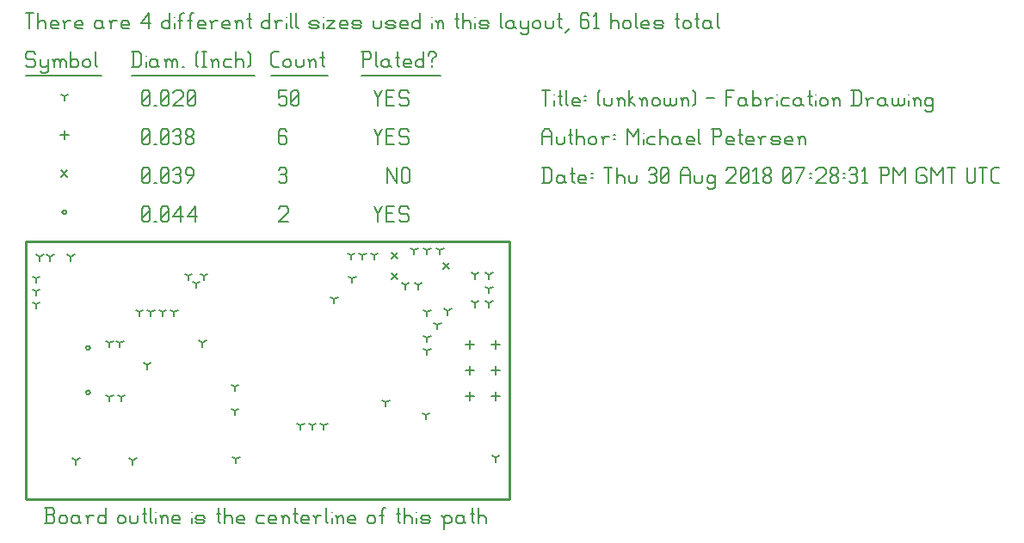
<source format=gbr>
G04 start of page 13 for group -3984 idx -3984 *
G04 Title: (unknown), fab *
G04 Creator: pcb 20140316 *
G04 CreationDate: Thu 30 Aug 2018 07:28:31 PM GMT UTC *
G04 For: railfan *
G04 Format: Gerber/RS-274X *
G04 PCB-Dimensions (mil): 1875.00 1000.00 *
G04 PCB-Coordinate-Origin: lower left *
%MOIN*%
%FSLAX25Y25*%
%LNFAB*%
%ADD87C,0.0100*%
%ADD86C,0.0075*%
%ADD85C,0.0060*%
%ADD84R,0.0080X0.0080*%
G54D84*X23322Y58661D02*G75*G03X24922Y58661I800J0D01*G01*
G75*G03X23322Y58661I-800J0D01*G01*
Y41339D02*G75*G03X24922Y41339I800J0D01*G01*
G75*G03X23322Y41339I-800J0D01*G01*
X14200Y111250D02*G75*G03X15800Y111250I800J0D01*G01*
G75*G03X14200Y111250I-800J0D01*G01*
G54D85*X135000Y113500D02*X136500Y110500D01*
X138000Y113500D01*
X136500Y110500D02*Y107500D01*
X139800Y110800D02*X142050D01*
X139800Y107500D02*X142800D01*
X139800Y113500D02*Y107500D01*
Y113500D02*X142800D01*
X147600D02*X148350Y112750D01*
X145350Y113500D02*X147600D01*
X144600Y112750D02*X145350Y113500D01*
X144600Y112750D02*Y111250D01*
X145350Y110500D01*
X147600D01*
X148350Y109750D01*
Y108250D01*
X147600Y107500D02*X148350Y108250D01*
X145350Y107500D02*X147600D01*
X144600Y108250D02*X145350Y107500D01*
X98000Y112750D02*X98750Y113500D01*
X101000D01*
X101750Y112750D01*
Y111250D01*
X98000Y107500D02*X101750Y111250D01*
X98000Y107500D02*X101750D01*
X45000Y108250D02*X45750Y107500D01*
X45000Y112750D02*Y108250D01*
Y112750D02*X45750Y113500D01*
X47250D01*
X48000Y112750D01*
Y108250D01*
X47250Y107500D02*X48000Y108250D01*
X45750Y107500D02*X47250D01*
X45000Y109000D02*X48000Y112000D01*
X49800Y107500D02*X50550D01*
X52350Y108250D02*X53100Y107500D01*
X52350Y112750D02*Y108250D01*
Y112750D02*X53100Y113500D01*
X54600D01*
X55350Y112750D01*
Y108250D01*
X54600Y107500D02*X55350Y108250D01*
X53100Y107500D02*X54600D01*
X52350Y109000D02*X55350Y112000D01*
X57150Y109750D02*X60150Y113500D01*
X57150Y109750D02*X60900D01*
X60150Y113500D02*Y107500D01*
X62700Y109750D02*X65700Y113500D01*
X62700Y109750D02*X66450D01*
X65700Y113500D02*Y107500D01*
X161800Y91700D02*X164200Y89300D01*
X161800D02*X164200Y91700D01*
X141800Y87700D02*X144200Y85300D01*
X141800D02*X144200Y87700D01*
X141800Y95700D02*X144200Y93300D01*
X141800D02*X144200Y95700D01*
X13800Y127450D02*X16200Y125050D01*
X13800D02*X16200Y127450D01*
X140000Y128500D02*Y122500D01*
Y128500D02*X143750Y122500D01*
Y128500D02*Y122500D01*
X145550Y127750D02*Y123250D01*
Y127750D02*X146300Y128500D01*
X147800D01*
X148550Y127750D01*
Y123250D01*
X147800Y122500D02*X148550Y123250D01*
X146300Y122500D02*X147800D01*
X145550Y123250D02*X146300Y122500D01*
X98000Y127750D02*X98750Y128500D01*
X100250D01*
X101000Y127750D01*
X100250Y122500D02*X101000Y123250D01*
X98750Y122500D02*X100250D01*
X98000Y123250D02*X98750Y122500D01*
Y125800D02*X100250D01*
X101000Y127750D02*Y126550D01*
Y125050D02*Y123250D01*
Y125050D02*X100250Y125800D01*
X101000Y126550D02*X100250Y125800D01*
X45000Y123250D02*X45750Y122500D01*
X45000Y127750D02*Y123250D01*
Y127750D02*X45750Y128500D01*
X47250D01*
X48000Y127750D01*
Y123250D01*
X47250Y122500D02*X48000Y123250D01*
X45750Y122500D02*X47250D01*
X45000Y124000D02*X48000Y127000D01*
X49800Y122500D02*X50550D01*
X52350Y123250D02*X53100Y122500D01*
X52350Y127750D02*Y123250D01*
Y127750D02*X53100Y128500D01*
X54600D01*
X55350Y127750D01*
Y123250D01*
X54600Y122500D02*X55350Y123250D01*
X53100Y122500D02*X54600D01*
X52350Y124000D02*X55350Y127000D01*
X57150Y127750D02*X57900Y128500D01*
X59400D01*
X60150Y127750D01*
X59400Y122500D02*X60150Y123250D01*
X57900Y122500D02*X59400D01*
X57150Y123250D02*X57900Y122500D01*
Y125800D02*X59400D01*
X60150Y127750D02*Y126550D01*
Y125050D02*Y123250D01*
Y125050D02*X59400Y125800D01*
X60150Y126550D02*X59400Y125800D01*
X62700Y122500D02*X64950Y125500D01*
Y127750D02*Y125500D01*
X64200Y128500D02*X64950Y127750D01*
X62700Y128500D02*X64200D01*
X61950Y127750D02*X62700Y128500D01*
X61950Y127750D02*Y126250D01*
X62700Y125500D01*
X64950D01*
X182000Y41600D02*Y38400D01*
X180400Y40000D02*X183600D01*
X182000Y51600D02*Y48400D01*
X180400Y50000D02*X183600D01*
X182000Y61600D02*Y58400D01*
X180400Y60000D02*X183600D01*
X172000Y41600D02*Y38400D01*
X170400Y40000D02*X173600D01*
X172000Y51600D02*Y48400D01*
X170400Y50000D02*X173600D01*
X172000Y61600D02*Y58400D01*
X170400Y60000D02*X173600D01*
X15000Y142850D02*Y139650D01*
X13400Y141250D02*X16600D01*
X135000Y143500D02*X136500Y140500D01*
X138000Y143500D01*
X136500Y140500D02*Y137500D01*
X139800Y140800D02*X142050D01*
X139800Y137500D02*X142800D01*
X139800Y143500D02*Y137500D01*
Y143500D02*X142800D01*
X147600D02*X148350Y142750D01*
X145350Y143500D02*X147600D01*
X144600Y142750D02*X145350Y143500D01*
X144600Y142750D02*Y141250D01*
X145350Y140500D01*
X147600D01*
X148350Y139750D01*
Y138250D01*
X147600Y137500D02*X148350Y138250D01*
X145350Y137500D02*X147600D01*
X144600Y138250D02*X145350Y137500D01*
X100250Y143500D02*X101000Y142750D01*
X98750Y143500D02*X100250D01*
X98000Y142750D02*X98750Y143500D01*
X98000Y142750D02*Y138250D01*
X98750Y137500D01*
X100250Y140800D02*X101000Y140050D01*
X98000Y140800D02*X100250D01*
X98750Y137500D02*X100250D01*
X101000Y138250D01*
Y140050D02*Y138250D01*
X45000D02*X45750Y137500D01*
X45000Y142750D02*Y138250D01*
Y142750D02*X45750Y143500D01*
X47250D01*
X48000Y142750D01*
Y138250D01*
X47250Y137500D02*X48000Y138250D01*
X45750Y137500D02*X47250D01*
X45000Y139000D02*X48000Y142000D01*
X49800Y137500D02*X50550D01*
X52350Y138250D02*X53100Y137500D01*
X52350Y142750D02*Y138250D01*
Y142750D02*X53100Y143500D01*
X54600D01*
X55350Y142750D01*
Y138250D01*
X54600Y137500D02*X55350Y138250D01*
X53100Y137500D02*X54600D01*
X52350Y139000D02*X55350Y142000D01*
X57150Y142750D02*X57900Y143500D01*
X59400D01*
X60150Y142750D01*
X59400Y137500D02*X60150Y138250D01*
X57900Y137500D02*X59400D01*
X57150Y138250D02*X57900Y137500D01*
Y140800D02*X59400D01*
X60150Y142750D02*Y141550D01*
Y140050D02*Y138250D01*
Y140050D02*X59400Y140800D01*
X60150Y141550D02*X59400Y140800D01*
X61950Y138250D02*X62700Y137500D01*
X61950Y139450D02*Y138250D01*
Y139450D02*X63000Y140500D01*
X63900D01*
X64950Y139450D01*
Y138250D01*
X64200Y137500D02*X64950Y138250D01*
X62700Y137500D02*X64200D01*
X61950Y141550D02*X63000Y140500D01*
X61950Y142750D02*Y141550D01*
Y142750D02*X62700Y143500D01*
X64200D01*
X64950Y142750D01*
Y141550D01*
X63900Y140500D02*X64950Y141550D01*
X4000Y85500D02*Y83900D01*
Y85500D02*X5387Y86300D01*
X4000Y85500D02*X2613Y86300D01*
X9500Y94000D02*Y92400D01*
Y94000D02*X10887Y94800D01*
X9500Y94000D02*X8113Y94800D01*
X5500Y94000D02*Y92400D01*
Y94000D02*X6887Y94800D01*
X5500Y94000D02*X4113Y94800D01*
X81000Y43500D02*Y41900D01*
Y43500D02*X82387Y44300D01*
X81000Y43500D02*X79613Y44300D01*
X68500Y60675D02*Y59075D01*
Y60675D02*X69887Y61475D01*
X68500Y60675D02*X67113Y61475D01*
X81000Y34276D02*Y32676D01*
Y34276D02*X82387Y35076D01*
X81000Y34276D02*X79613Y35076D01*
X139500Y37500D02*Y35900D01*
Y37500D02*X140887Y38300D01*
X139500Y37500D02*X138113Y38300D01*
X126500Y85500D02*Y83900D01*
Y85500D02*X127887Y86300D01*
X126500Y85500D02*X125113Y86300D01*
X126000Y94500D02*Y92900D01*
Y94500D02*X127387Y95300D01*
X126000Y94500D02*X124613Y95300D01*
X130500Y94500D02*Y92900D01*
Y94500D02*X131887Y95300D01*
X130500Y94500D02*X129113Y95300D01*
X135000Y94500D02*Y92900D01*
Y94500D02*X136387Y95300D01*
X135000Y94500D02*X133613Y95300D01*
X155500Y96500D02*Y94900D01*
Y96500D02*X156887Y97300D01*
X155500Y96500D02*X154113Y97300D01*
X160500Y96500D02*Y94900D01*
Y96500D02*X161887Y97300D01*
X160500Y96500D02*X159113Y97300D01*
X155500Y62500D02*Y60900D01*
Y62500D02*X156887Y63300D01*
X155500Y62500D02*X154113Y63300D01*
X155500Y72500D02*Y70900D01*
Y72500D02*X156887Y73300D01*
X155500Y72500D02*X154113Y73300D01*
X159500Y67500D02*Y65900D01*
Y67500D02*X160887Y68300D01*
X159500Y67500D02*X158113Y68300D01*
X152000Y83000D02*Y81400D01*
Y83000D02*X153387Y83800D01*
X152000Y83000D02*X150613Y83800D01*
X147000Y83000D02*Y81400D01*
Y83000D02*X148387Y83800D01*
X147000Y83000D02*X145613Y83800D01*
X155000Y32500D02*Y30900D01*
Y32500D02*X156387Y33300D01*
X155000Y32500D02*X153613Y33300D01*
X111000Y28500D02*Y26900D01*
Y28500D02*X112387Y29300D01*
X111000Y28500D02*X109613Y29300D01*
X115500Y28500D02*Y26900D01*
Y28500D02*X116887Y29300D01*
X115500Y28500D02*X114113Y29300D01*
X106500Y28500D02*Y26900D01*
Y28500D02*X107887Y29300D01*
X106500Y28500D02*X105113Y29300D01*
X155500Y57500D02*Y55900D01*
Y57500D02*X156887Y58300D01*
X155500Y57500D02*X154113Y58300D01*
X174000Y87000D02*Y85400D01*
Y87000D02*X175387Y87800D01*
X174000Y87000D02*X172613Y87800D01*
X174000Y76000D02*Y74400D01*
Y76000D02*X175387Y76800D01*
X174000Y76000D02*X172613Y76800D01*
X179500Y76000D02*Y74400D01*
Y76000D02*X180887Y76800D01*
X179500Y76000D02*X178113Y76800D01*
X179500Y81500D02*Y79900D01*
Y81500D02*X180887Y82300D01*
X179500Y81500D02*X178113Y82300D01*
X179500Y87000D02*Y85400D01*
Y87000D02*X180887Y87800D01*
X179500Y87000D02*X178113Y87800D01*
X163500Y73000D02*Y71400D01*
Y73000D02*X164887Y73800D01*
X163500Y73000D02*X162113Y73800D01*
X182000Y16000D02*Y14400D01*
Y16000D02*X183387Y16800D01*
X182000Y16000D02*X180613Y16800D01*
X81500Y15500D02*Y13900D01*
Y15500D02*X82887Y16300D01*
X81500Y15500D02*X80113Y16300D01*
X150500Y96500D02*Y94900D01*
Y96500D02*X151887Y97300D01*
X150500Y96500D02*X149113Y97300D01*
X119500Y77500D02*Y75900D01*
Y77500D02*X120887Y78300D01*
X119500Y77500D02*X118113Y78300D01*
X66000Y83500D02*Y81900D01*
Y83500D02*X67387Y84300D01*
X66000Y83500D02*X64613Y84300D01*
X69000Y86500D02*Y84900D01*
Y86500D02*X70387Y87300D01*
X69000Y86500D02*X67613Y87300D01*
X63000Y86500D02*Y84900D01*
Y86500D02*X64387Y87300D01*
X63000Y86500D02*X61613Y87300D01*
X19500Y15000D02*Y13400D01*
Y15000D02*X20887Y15800D01*
X19500Y15000D02*X18113Y15800D01*
X41500Y15000D02*Y13400D01*
Y15000D02*X42887Y15800D01*
X41500Y15000D02*X40113Y15800D01*
X17500Y94000D02*Y92400D01*
Y94000D02*X18887Y94800D01*
X17500Y94000D02*X16113Y94800D01*
X44000Y72500D02*Y70900D01*
Y72500D02*X45387Y73300D01*
X44000Y72500D02*X42613Y73300D01*
X48500Y72500D02*Y70900D01*
Y72500D02*X49887Y73300D01*
X48500Y72500D02*X47113Y73300D01*
X53000Y72500D02*Y70900D01*
Y72500D02*X54387Y73300D01*
X53000Y72500D02*X51613Y73300D01*
X57500Y72500D02*Y70900D01*
Y72500D02*X58887Y73300D01*
X57500Y72500D02*X56113Y73300D01*
X4000Y75500D02*Y73900D01*
Y75500D02*X5387Y76300D01*
X4000Y75500D02*X2613Y76300D01*
X4000Y80500D02*Y78900D01*
Y80500D02*X5387Y81300D01*
X4000Y80500D02*X2613Y81300D01*
X47000Y52000D02*Y50400D01*
Y52000D02*X48387Y52800D01*
X47000Y52000D02*X45613Y52800D01*
X37000Y39500D02*Y37900D01*
Y39500D02*X38387Y40300D01*
X37000Y39500D02*X35613Y40300D01*
X32500Y39500D02*Y37900D01*
Y39500D02*X33887Y40300D01*
X32500Y39500D02*X31113Y40300D01*
X36500Y60500D02*Y58900D01*
Y60500D02*X37887Y61300D01*
X36500Y60500D02*X35113Y61300D01*
X32500Y60500D02*Y58900D01*
Y60500D02*X33887Y61300D01*
X32500Y60500D02*X31113Y61300D01*
X15000Y156250D02*Y154650D01*
Y156250D02*X16387Y157050D01*
X15000Y156250D02*X13613Y157050D01*
X135000Y158500D02*X136500Y155500D01*
X138000Y158500D01*
X136500Y155500D02*Y152500D01*
X139800Y155800D02*X142050D01*
X139800Y152500D02*X142800D01*
X139800Y158500D02*Y152500D01*
Y158500D02*X142800D01*
X147600D02*X148350Y157750D01*
X145350Y158500D02*X147600D01*
X144600Y157750D02*X145350Y158500D01*
X144600Y157750D02*Y156250D01*
X145350Y155500D01*
X147600D01*
X148350Y154750D01*
Y153250D01*
X147600Y152500D02*X148350Y153250D01*
X145350Y152500D02*X147600D01*
X144600Y153250D02*X145350Y152500D01*
X98000Y158500D02*X101000D01*
X98000D02*Y155500D01*
X98750Y156250D01*
X100250D01*
X101000Y155500D01*
Y153250D01*
X100250Y152500D02*X101000Y153250D01*
X98750Y152500D02*X100250D01*
X98000Y153250D02*X98750Y152500D01*
X102800Y153250D02*X103550Y152500D01*
X102800Y157750D02*Y153250D01*
Y157750D02*X103550Y158500D01*
X105050D01*
X105800Y157750D01*
Y153250D01*
X105050Y152500D02*X105800Y153250D01*
X103550Y152500D02*X105050D01*
X102800Y154000D02*X105800Y157000D01*
X45000Y153250D02*X45750Y152500D01*
X45000Y157750D02*Y153250D01*
Y157750D02*X45750Y158500D01*
X47250D01*
X48000Y157750D01*
Y153250D01*
X47250Y152500D02*X48000Y153250D01*
X45750Y152500D02*X47250D01*
X45000Y154000D02*X48000Y157000D01*
X49800Y152500D02*X50550D01*
X52350Y153250D02*X53100Y152500D01*
X52350Y157750D02*Y153250D01*
Y157750D02*X53100Y158500D01*
X54600D01*
X55350Y157750D01*
Y153250D01*
X54600Y152500D02*X55350Y153250D01*
X53100Y152500D02*X54600D01*
X52350Y154000D02*X55350Y157000D01*
X57150Y157750D02*X57900Y158500D01*
X60150D01*
X60900Y157750D01*
Y156250D01*
X57150Y152500D02*X60900Y156250D01*
X57150Y152500D02*X60900D01*
X62700Y153250D02*X63450Y152500D01*
X62700Y157750D02*Y153250D01*
Y157750D02*X63450Y158500D01*
X64950D01*
X65700Y157750D01*
Y153250D01*
X64950Y152500D02*X65700Y153250D01*
X63450Y152500D02*X64950D01*
X62700Y154000D02*X65700Y157000D01*
X3000Y173500D02*X3750Y172750D01*
X750Y173500D02*X3000D01*
X0Y172750D02*X750Y173500D01*
X0Y172750D02*Y171250D01*
X750Y170500D01*
X3000D01*
X3750Y169750D01*
Y168250D01*
X3000Y167500D02*X3750Y168250D01*
X750Y167500D02*X3000D01*
X0Y168250D02*X750Y167500D01*
X5550Y170500D02*Y168250D01*
X6300Y167500D01*
X8550Y170500D02*Y166000D01*
X7800Y165250D02*X8550Y166000D01*
X6300Y165250D02*X7800D01*
X5550Y166000D02*X6300Y165250D01*
Y167500D02*X7800D01*
X8550Y168250D01*
X11100Y169750D02*Y167500D01*
Y169750D02*X11850Y170500D01*
X12600D01*
X13350Y169750D01*
Y167500D01*
Y169750D02*X14100Y170500D01*
X14850D01*
X15600Y169750D01*
Y167500D01*
X10350Y170500D02*X11100Y169750D01*
X17400Y173500D02*Y167500D01*
Y168250D02*X18150Y167500D01*
X19650D01*
X20400Y168250D01*
Y169750D02*Y168250D01*
X19650Y170500D02*X20400Y169750D01*
X18150Y170500D02*X19650D01*
X17400Y169750D02*X18150Y170500D01*
X22200Y169750D02*Y168250D01*
Y169750D02*X22950Y170500D01*
X24450D01*
X25200Y169750D01*
Y168250D01*
X24450Y167500D02*X25200Y168250D01*
X22950Y167500D02*X24450D01*
X22200Y168250D02*X22950Y167500D01*
X27000Y173500D02*Y168250D01*
X27750Y167500D01*
X0Y164250D02*X29250D01*
X41750Y173500D02*Y167500D01*
X43700Y173500D02*X44750Y172450D01*
Y168550D01*
X43700Y167500D02*X44750Y168550D01*
X41000Y167500D02*X43700D01*
X41000Y173500D02*X43700D01*
G54D86*X46550Y172000D02*Y171850D01*
G54D85*Y169750D02*Y167500D01*
X50300Y170500D02*X51050Y169750D01*
X48800Y170500D02*X50300D01*
X48050Y169750D02*X48800Y170500D01*
X48050Y169750D02*Y168250D01*
X48800Y167500D01*
X51050Y170500D02*Y168250D01*
X51800Y167500D01*
X48800D02*X50300D01*
X51050Y168250D01*
X54350Y169750D02*Y167500D01*
Y169750D02*X55100Y170500D01*
X55850D01*
X56600Y169750D01*
Y167500D01*
Y169750D02*X57350Y170500D01*
X58100D01*
X58850Y169750D01*
Y167500D01*
X53600Y170500D02*X54350Y169750D01*
X60650Y167500D02*X61400D01*
X65900Y168250D02*X66650Y167500D01*
X65900Y172750D02*X66650Y173500D01*
X65900Y172750D02*Y168250D01*
X68450Y173500D02*X69950D01*
X69200D02*Y167500D01*
X68450D02*X69950D01*
X72500Y169750D02*Y167500D01*
Y169750D02*X73250Y170500D01*
X74000D01*
X74750Y169750D01*
Y167500D01*
X71750Y170500D02*X72500Y169750D01*
X77300Y170500D02*X79550D01*
X76550Y169750D02*X77300Y170500D01*
X76550Y169750D02*Y168250D01*
X77300Y167500D01*
X79550D01*
X81350Y173500D02*Y167500D01*
Y169750D02*X82100Y170500D01*
X83600D01*
X84350Y169750D01*
Y167500D01*
X86150Y173500D02*X86900Y172750D01*
Y168250D01*
X86150Y167500D02*X86900Y168250D01*
X41000Y164250D02*X88700D01*
X96050Y167500D02*X98000D01*
X95000Y168550D02*X96050Y167500D01*
X95000Y172450D02*Y168550D01*
Y172450D02*X96050Y173500D01*
X98000D01*
X99800Y169750D02*Y168250D01*
Y169750D02*X100550Y170500D01*
X102050D01*
X102800Y169750D01*
Y168250D01*
X102050Y167500D02*X102800Y168250D01*
X100550Y167500D02*X102050D01*
X99800Y168250D02*X100550Y167500D01*
X104600Y170500D02*Y168250D01*
X105350Y167500D01*
X106850D01*
X107600Y168250D01*
Y170500D02*Y168250D01*
X110150Y169750D02*Y167500D01*
Y169750D02*X110900Y170500D01*
X111650D01*
X112400Y169750D01*
Y167500D01*
X109400Y170500D02*X110150Y169750D01*
X114950Y173500D02*Y168250D01*
X115700Y167500D01*
X114200Y171250D02*X115700D01*
X95000Y164250D02*X117200D01*
X130750Y173500D02*Y167500D01*
X130000Y173500D02*X133000D01*
X133750Y172750D01*
Y171250D01*
X133000Y170500D02*X133750Y171250D01*
X130750Y170500D02*X133000D01*
X135550Y173500D02*Y168250D01*
X136300Y167500D01*
X140050Y170500D02*X140800Y169750D01*
X138550Y170500D02*X140050D01*
X137800Y169750D02*X138550Y170500D01*
X137800Y169750D02*Y168250D01*
X138550Y167500D01*
X140800Y170500D02*Y168250D01*
X141550Y167500D01*
X138550D02*X140050D01*
X140800Y168250D01*
X144100Y173500D02*Y168250D01*
X144850Y167500D01*
X143350Y171250D02*X144850D01*
X147100Y167500D02*X149350D01*
X146350Y168250D02*X147100Y167500D01*
X146350Y169750D02*Y168250D01*
Y169750D02*X147100Y170500D01*
X148600D01*
X149350Y169750D01*
X146350Y169000D02*X149350D01*
Y169750D02*Y169000D01*
X154150Y173500D02*Y167500D01*
X153400D02*X154150Y168250D01*
X151900Y167500D02*X153400D01*
X151150Y168250D02*X151900Y167500D01*
X151150Y169750D02*Y168250D01*
Y169750D02*X151900Y170500D01*
X153400D01*
X154150Y169750D01*
X157450Y170500D02*Y169750D01*
Y168250D02*Y167500D01*
X155950Y172750D02*Y172000D01*
Y172750D02*X156700Y173500D01*
X158200D01*
X158950Y172750D01*
Y172000D01*
X157450Y170500D02*X158950Y172000D01*
X130000Y164250D02*X160750D01*
X0Y188500D02*X3000D01*
X1500D02*Y182500D01*
X4800Y188500D02*Y182500D01*
Y184750D02*X5550Y185500D01*
X7050D01*
X7800Y184750D01*
Y182500D01*
X10350D02*X12600D01*
X9600Y183250D02*X10350Y182500D01*
X9600Y184750D02*Y183250D01*
Y184750D02*X10350Y185500D01*
X11850D01*
X12600Y184750D01*
X9600Y184000D02*X12600D01*
Y184750D02*Y184000D01*
X15150Y184750D02*Y182500D01*
Y184750D02*X15900Y185500D01*
X17400D01*
X14400D02*X15150Y184750D01*
X19950Y182500D02*X22200D01*
X19200Y183250D02*X19950Y182500D01*
X19200Y184750D02*Y183250D01*
Y184750D02*X19950Y185500D01*
X21450D01*
X22200Y184750D01*
X19200Y184000D02*X22200D01*
Y184750D02*Y184000D01*
X28950Y185500D02*X29700Y184750D01*
X27450Y185500D02*X28950D01*
X26700Y184750D02*X27450Y185500D01*
X26700Y184750D02*Y183250D01*
X27450Y182500D01*
X29700Y185500D02*Y183250D01*
X30450Y182500D01*
X27450D02*X28950D01*
X29700Y183250D01*
X33000Y184750D02*Y182500D01*
Y184750D02*X33750Y185500D01*
X35250D01*
X32250D02*X33000Y184750D01*
X37800Y182500D02*X40050D01*
X37050Y183250D02*X37800Y182500D01*
X37050Y184750D02*Y183250D01*
Y184750D02*X37800Y185500D01*
X39300D01*
X40050Y184750D01*
X37050Y184000D02*X40050D01*
Y184750D02*Y184000D01*
X44550Y184750D02*X47550Y188500D01*
X44550Y184750D02*X48300D01*
X47550Y188500D02*Y182500D01*
X55800Y188500D02*Y182500D01*
X55050D02*X55800Y183250D01*
X53550Y182500D02*X55050D01*
X52800Y183250D02*X53550Y182500D01*
X52800Y184750D02*Y183250D01*
Y184750D02*X53550Y185500D01*
X55050D01*
X55800Y184750D01*
G54D86*X57600Y187000D02*Y186850D01*
G54D85*Y184750D02*Y182500D01*
X59850Y187750D02*Y182500D01*
Y187750D02*X60600Y188500D01*
X61350D01*
X59100Y185500D02*X60600D01*
X63600Y187750D02*Y182500D01*
Y187750D02*X64350Y188500D01*
X65100D01*
X62850Y185500D02*X64350D01*
X67350Y182500D02*X69600D01*
X66600Y183250D02*X67350Y182500D01*
X66600Y184750D02*Y183250D01*
Y184750D02*X67350Y185500D01*
X68850D01*
X69600Y184750D01*
X66600Y184000D02*X69600D01*
Y184750D02*Y184000D01*
X72150Y184750D02*Y182500D01*
Y184750D02*X72900Y185500D01*
X74400D01*
X71400D02*X72150Y184750D01*
X76950Y182500D02*X79200D01*
X76200Y183250D02*X76950Y182500D01*
X76200Y184750D02*Y183250D01*
Y184750D02*X76950Y185500D01*
X78450D01*
X79200Y184750D01*
X76200Y184000D02*X79200D01*
Y184750D02*Y184000D01*
X81750Y184750D02*Y182500D01*
Y184750D02*X82500Y185500D01*
X83250D01*
X84000Y184750D01*
Y182500D01*
X81000Y185500D02*X81750Y184750D01*
X86550Y188500D02*Y183250D01*
X87300Y182500D01*
X85800Y186250D02*X87300D01*
X94500Y188500D02*Y182500D01*
X93750D02*X94500Y183250D01*
X92250Y182500D02*X93750D01*
X91500Y183250D02*X92250Y182500D01*
X91500Y184750D02*Y183250D01*
Y184750D02*X92250Y185500D01*
X93750D01*
X94500Y184750D01*
X97050D02*Y182500D01*
Y184750D02*X97800Y185500D01*
X99300D01*
X96300D02*X97050Y184750D01*
G54D86*X101100Y187000D02*Y186850D01*
G54D85*Y184750D02*Y182500D01*
X102600Y188500D02*Y183250D01*
X103350Y182500D01*
X104850Y188500D02*Y183250D01*
X105600Y182500D01*
X110550D02*X112800D01*
X113550Y183250D01*
X112800Y184000D02*X113550Y183250D01*
X110550Y184000D02*X112800D01*
X109800Y184750D02*X110550Y184000D01*
X109800Y184750D02*X110550Y185500D01*
X112800D01*
X113550Y184750D01*
X109800Y183250D02*X110550Y182500D01*
G54D86*X115350Y187000D02*Y186850D01*
G54D85*Y184750D02*Y182500D01*
X116850Y185500D02*X119850D01*
X116850Y182500D02*X119850Y185500D01*
X116850Y182500D02*X119850D01*
X122400D02*X124650D01*
X121650Y183250D02*X122400Y182500D01*
X121650Y184750D02*Y183250D01*
Y184750D02*X122400Y185500D01*
X123900D01*
X124650Y184750D01*
X121650Y184000D02*X124650D01*
Y184750D02*Y184000D01*
X127200Y182500D02*X129450D01*
X130200Y183250D01*
X129450Y184000D02*X130200Y183250D01*
X127200Y184000D02*X129450D01*
X126450Y184750D02*X127200Y184000D01*
X126450Y184750D02*X127200Y185500D01*
X129450D01*
X130200Y184750D01*
X126450Y183250D02*X127200Y182500D01*
X134700Y185500D02*Y183250D01*
X135450Y182500D01*
X136950D01*
X137700Y183250D01*
Y185500D02*Y183250D01*
X140250Y182500D02*X142500D01*
X143250Y183250D01*
X142500Y184000D02*X143250Y183250D01*
X140250Y184000D02*X142500D01*
X139500Y184750D02*X140250Y184000D01*
X139500Y184750D02*X140250Y185500D01*
X142500D01*
X143250Y184750D01*
X139500Y183250D02*X140250Y182500D01*
X145800D02*X148050D01*
X145050Y183250D02*X145800Y182500D01*
X145050Y184750D02*Y183250D01*
Y184750D02*X145800Y185500D01*
X147300D01*
X148050Y184750D01*
X145050Y184000D02*X148050D01*
Y184750D02*Y184000D01*
X152850Y188500D02*Y182500D01*
X152100D02*X152850Y183250D01*
X150600Y182500D02*X152100D01*
X149850Y183250D02*X150600Y182500D01*
X149850Y184750D02*Y183250D01*
Y184750D02*X150600Y185500D01*
X152100D01*
X152850Y184750D01*
G54D86*X157350Y187000D02*Y186850D01*
G54D85*Y184750D02*Y182500D01*
X159600Y184750D02*Y182500D01*
Y184750D02*X160350Y185500D01*
X161100D01*
X161850Y184750D01*
Y182500D01*
X158850Y185500D02*X159600Y184750D01*
X167100Y188500D02*Y183250D01*
X167850Y182500D01*
X166350Y186250D02*X167850D01*
X169350Y188500D02*Y182500D01*
Y184750D02*X170100Y185500D01*
X171600D01*
X172350Y184750D01*
Y182500D01*
G54D86*X174150Y187000D02*Y186850D01*
G54D85*Y184750D02*Y182500D01*
X176400D02*X178650D01*
X179400Y183250D01*
X178650Y184000D02*X179400Y183250D01*
X176400Y184000D02*X178650D01*
X175650Y184750D02*X176400Y184000D01*
X175650Y184750D02*X176400Y185500D01*
X178650D01*
X179400Y184750D01*
X175650Y183250D02*X176400Y182500D01*
X183900Y188500D02*Y183250D01*
X184650Y182500D01*
X188400Y185500D02*X189150Y184750D01*
X186900Y185500D02*X188400D01*
X186150Y184750D02*X186900Y185500D01*
X186150Y184750D02*Y183250D01*
X186900Y182500D01*
X189150Y185500D02*Y183250D01*
X189900Y182500D01*
X186900D02*X188400D01*
X189150Y183250D01*
X191700Y185500D02*Y183250D01*
X192450Y182500D01*
X194700Y185500D02*Y181000D01*
X193950Y180250D02*X194700Y181000D01*
X192450Y180250D02*X193950D01*
X191700Y181000D02*X192450Y180250D01*
Y182500D02*X193950D01*
X194700Y183250D01*
X196500Y184750D02*Y183250D01*
Y184750D02*X197250Y185500D01*
X198750D01*
X199500Y184750D01*
Y183250D01*
X198750Y182500D02*X199500Y183250D01*
X197250Y182500D02*X198750D01*
X196500Y183250D02*X197250Y182500D01*
X201300Y185500D02*Y183250D01*
X202050Y182500D01*
X203550D01*
X204300Y183250D01*
Y185500D02*Y183250D01*
X206850Y188500D02*Y183250D01*
X207600Y182500D01*
X206100Y186250D02*X207600D01*
X209100Y181000D02*X210600Y182500D01*
X217350Y188500D02*X218100Y187750D01*
X215850Y188500D02*X217350D01*
X215100Y187750D02*X215850Y188500D01*
X215100Y187750D02*Y183250D01*
X215850Y182500D01*
X217350Y185800D02*X218100Y185050D01*
X215100Y185800D02*X217350D01*
X215850Y182500D02*X217350D01*
X218100Y183250D01*
Y185050D02*Y183250D01*
X219900Y187300D02*X221100Y188500D01*
Y182500D01*
X219900D02*X222150D01*
X226650Y188500D02*Y182500D01*
Y184750D02*X227400Y185500D01*
X228900D01*
X229650Y184750D01*
Y182500D01*
X231450Y184750D02*Y183250D01*
Y184750D02*X232200Y185500D01*
X233700D01*
X234450Y184750D01*
Y183250D01*
X233700Y182500D02*X234450Y183250D01*
X232200Y182500D02*X233700D01*
X231450Y183250D02*X232200Y182500D01*
X236250Y188500D02*Y183250D01*
X237000Y182500D01*
X239250D02*X241500D01*
X238500Y183250D02*X239250Y182500D01*
X238500Y184750D02*Y183250D01*
Y184750D02*X239250Y185500D01*
X240750D01*
X241500Y184750D01*
X238500Y184000D02*X241500D01*
Y184750D02*Y184000D01*
X244050Y182500D02*X246300D01*
X247050Y183250D01*
X246300Y184000D02*X247050Y183250D01*
X244050Y184000D02*X246300D01*
X243300Y184750D02*X244050Y184000D01*
X243300Y184750D02*X244050Y185500D01*
X246300D01*
X247050Y184750D01*
X243300Y183250D02*X244050Y182500D01*
X252300Y188500D02*Y183250D01*
X253050Y182500D01*
X251550Y186250D02*X253050D01*
X254550Y184750D02*Y183250D01*
Y184750D02*X255300Y185500D01*
X256800D01*
X257550Y184750D01*
Y183250D01*
X256800Y182500D02*X257550Y183250D01*
X255300Y182500D02*X256800D01*
X254550Y183250D02*X255300Y182500D01*
X260100Y188500D02*Y183250D01*
X260850Y182500D01*
X259350Y186250D02*X260850D01*
X264600Y185500D02*X265350Y184750D01*
X263100Y185500D02*X264600D01*
X262350Y184750D02*X263100Y185500D01*
X262350Y184750D02*Y183250D01*
X263100Y182500D01*
X265350Y185500D02*Y183250D01*
X266100Y182500D01*
X263100D02*X264600D01*
X265350Y183250D01*
X267900Y188500D02*Y183250D01*
X268650Y182500D01*
G54D87*X0Y100000D02*X187500D01*
Y0D01*
X0D01*
Y100000D01*
G54D85*X7425Y-9500D02*X10425D01*
X11175Y-8750D01*
Y-6950D02*Y-8750D01*
X10425Y-6200D02*X11175Y-6950D01*
X8175Y-6200D02*X10425D01*
X8175Y-3500D02*Y-9500D01*
X7425Y-3500D02*X10425D01*
X11175Y-4250D01*
Y-5450D01*
X10425Y-6200D02*X11175Y-5450D01*
X12975Y-7250D02*Y-8750D01*
Y-7250D02*X13725Y-6500D01*
X15225D01*
X15975Y-7250D01*
Y-8750D01*
X15225Y-9500D02*X15975Y-8750D01*
X13725Y-9500D02*X15225D01*
X12975Y-8750D02*X13725Y-9500D01*
X20025Y-6500D02*X20775Y-7250D01*
X18525Y-6500D02*X20025D01*
X17775Y-7250D02*X18525Y-6500D01*
X17775Y-7250D02*Y-8750D01*
X18525Y-9500D01*
X20775Y-6500D02*Y-8750D01*
X21525Y-9500D01*
X18525D02*X20025D01*
X20775Y-8750D01*
X24075Y-7250D02*Y-9500D01*
Y-7250D02*X24825Y-6500D01*
X26325D01*
X23325D02*X24075Y-7250D01*
X31125Y-3500D02*Y-9500D01*
X30375D02*X31125Y-8750D01*
X28875Y-9500D02*X30375D01*
X28125Y-8750D02*X28875Y-9500D01*
X28125Y-7250D02*Y-8750D01*
Y-7250D02*X28875Y-6500D01*
X30375D01*
X31125Y-7250D01*
X35625D02*Y-8750D01*
Y-7250D02*X36375Y-6500D01*
X37875D01*
X38625Y-7250D01*
Y-8750D01*
X37875Y-9500D02*X38625Y-8750D01*
X36375Y-9500D02*X37875D01*
X35625Y-8750D02*X36375Y-9500D01*
X40425Y-6500D02*Y-8750D01*
X41175Y-9500D01*
X42675D01*
X43425Y-8750D01*
Y-6500D02*Y-8750D01*
X45975Y-3500D02*Y-8750D01*
X46725Y-9500D01*
X45225Y-5750D02*X46725D01*
X48225Y-3500D02*Y-8750D01*
X48975Y-9500D01*
G54D86*X50475Y-5000D02*Y-5150D01*
G54D85*Y-7250D02*Y-9500D01*
X52725Y-7250D02*Y-9500D01*
Y-7250D02*X53475Y-6500D01*
X54225D01*
X54975Y-7250D01*
Y-9500D01*
X51975Y-6500D02*X52725Y-7250D01*
X57525Y-9500D02*X59775D01*
X56775Y-8750D02*X57525Y-9500D01*
X56775Y-7250D02*Y-8750D01*
Y-7250D02*X57525Y-6500D01*
X59025D01*
X59775Y-7250D01*
X56775Y-8000D02*X59775D01*
Y-7250D02*Y-8000D01*
G54D86*X64275Y-5000D02*Y-5150D01*
G54D85*Y-7250D02*Y-9500D01*
X66525D02*X68775D01*
X69525Y-8750D01*
X68775Y-8000D02*X69525Y-8750D01*
X66525Y-8000D02*X68775D01*
X65775Y-7250D02*X66525Y-8000D01*
X65775Y-7250D02*X66525Y-6500D01*
X68775D01*
X69525Y-7250D01*
X65775Y-8750D02*X66525Y-9500D01*
X74775Y-3500D02*Y-8750D01*
X75525Y-9500D01*
X74025Y-5750D02*X75525D01*
X77025Y-3500D02*Y-9500D01*
Y-7250D02*X77775Y-6500D01*
X79275D01*
X80025Y-7250D01*
Y-9500D01*
X82575D02*X84825D01*
X81825Y-8750D02*X82575Y-9500D01*
X81825Y-7250D02*Y-8750D01*
Y-7250D02*X82575Y-6500D01*
X84075D01*
X84825Y-7250D01*
X81825Y-8000D02*X84825D01*
Y-7250D02*Y-8000D01*
X90075Y-6500D02*X92325D01*
X89325Y-7250D02*X90075Y-6500D01*
X89325Y-7250D02*Y-8750D01*
X90075Y-9500D01*
X92325D01*
X94875D02*X97125D01*
X94125Y-8750D02*X94875Y-9500D01*
X94125Y-7250D02*Y-8750D01*
Y-7250D02*X94875Y-6500D01*
X96375D01*
X97125Y-7250D01*
X94125Y-8000D02*X97125D01*
Y-7250D02*Y-8000D01*
X99675Y-7250D02*Y-9500D01*
Y-7250D02*X100425Y-6500D01*
X101175D01*
X101925Y-7250D01*
Y-9500D01*
X98925Y-6500D02*X99675Y-7250D01*
X104475Y-3500D02*Y-8750D01*
X105225Y-9500D01*
X103725Y-5750D02*X105225D01*
X107475Y-9500D02*X109725D01*
X106725Y-8750D02*X107475Y-9500D01*
X106725Y-7250D02*Y-8750D01*
Y-7250D02*X107475Y-6500D01*
X108975D01*
X109725Y-7250D01*
X106725Y-8000D02*X109725D01*
Y-7250D02*Y-8000D01*
X112275Y-7250D02*Y-9500D01*
Y-7250D02*X113025Y-6500D01*
X114525D01*
X111525D02*X112275Y-7250D01*
X116325Y-3500D02*Y-8750D01*
X117075Y-9500D01*
G54D86*X118575Y-5000D02*Y-5150D01*
G54D85*Y-7250D02*Y-9500D01*
X120825Y-7250D02*Y-9500D01*
Y-7250D02*X121575Y-6500D01*
X122325D01*
X123075Y-7250D01*
Y-9500D01*
X120075Y-6500D02*X120825Y-7250D01*
X125625Y-9500D02*X127875D01*
X124875Y-8750D02*X125625Y-9500D01*
X124875Y-7250D02*Y-8750D01*
Y-7250D02*X125625Y-6500D01*
X127125D01*
X127875Y-7250D01*
X124875Y-8000D02*X127875D01*
Y-7250D02*Y-8000D01*
X132375Y-7250D02*Y-8750D01*
Y-7250D02*X133125Y-6500D01*
X134625D01*
X135375Y-7250D01*
Y-8750D01*
X134625Y-9500D02*X135375Y-8750D01*
X133125Y-9500D02*X134625D01*
X132375Y-8750D02*X133125Y-9500D01*
X137925Y-4250D02*Y-9500D01*
Y-4250D02*X138675Y-3500D01*
X139425D01*
X137175Y-6500D02*X138675D01*
X144375Y-3500D02*Y-8750D01*
X145125Y-9500D01*
X143625Y-5750D02*X145125D01*
X146625Y-3500D02*Y-9500D01*
Y-7250D02*X147375Y-6500D01*
X148875D01*
X149625Y-7250D01*
Y-9500D01*
G54D86*X151425Y-5000D02*Y-5150D01*
G54D85*Y-7250D02*Y-9500D01*
X153675D02*X155925D01*
X156675Y-8750D01*
X155925Y-8000D02*X156675Y-8750D01*
X153675Y-8000D02*X155925D01*
X152925Y-7250D02*X153675Y-8000D01*
X152925Y-7250D02*X153675Y-6500D01*
X155925D01*
X156675Y-7250D01*
X152925Y-8750D02*X153675Y-9500D01*
X161925Y-7250D02*Y-11750D01*
X161175Y-6500D02*X161925Y-7250D01*
X162675Y-6500D01*
X164175D01*
X164925Y-7250D01*
Y-8750D01*
X164175Y-9500D02*X164925Y-8750D01*
X162675Y-9500D02*X164175D01*
X161925Y-8750D02*X162675Y-9500D01*
X168975Y-6500D02*X169725Y-7250D01*
X167475Y-6500D02*X168975D01*
X166725Y-7250D02*X167475Y-6500D01*
X166725Y-7250D02*Y-8750D01*
X167475Y-9500D01*
X169725Y-6500D02*Y-8750D01*
X170475Y-9500D01*
X167475D02*X168975D01*
X169725Y-8750D01*
X173025Y-3500D02*Y-8750D01*
X173775Y-9500D01*
X172275Y-5750D02*X173775D01*
X175275Y-3500D02*Y-9500D01*
Y-7250D02*X176025Y-6500D01*
X177525D01*
X178275Y-7250D01*
Y-9500D01*
X200750Y128500D02*Y122500D01*
X202700Y128500D02*X203750Y127450D01*
Y123550D01*
X202700Y122500D02*X203750Y123550D01*
X200000Y122500D02*X202700D01*
X200000Y128500D02*X202700D01*
X207800Y125500D02*X208550Y124750D01*
X206300Y125500D02*X207800D01*
X205550Y124750D02*X206300Y125500D01*
X205550Y124750D02*Y123250D01*
X206300Y122500D01*
X208550Y125500D02*Y123250D01*
X209300Y122500D01*
X206300D02*X207800D01*
X208550Y123250D01*
X211850Y128500D02*Y123250D01*
X212600Y122500D01*
X211100Y126250D02*X212600D01*
X214850Y122500D02*X217100D01*
X214100Y123250D02*X214850Y122500D01*
X214100Y124750D02*Y123250D01*
Y124750D02*X214850Y125500D01*
X216350D01*
X217100Y124750D01*
X214100Y124000D02*X217100D01*
Y124750D02*Y124000D01*
X218900Y126250D02*X219650D01*
X218900Y124750D02*X219650D01*
X224150Y128500D02*X227150D01*
X225650D02*Y122500D01*
X228950Y128500D02*Y122500D01*
Y124750D02*X229700Y125500D01*
X231200D01*
X231950Y124750D01*
Y122500D01*
X233750Y125500D02*Y123250D01*
X234500Y122500D01*
X236000D01*
X236750Y123250D01*
Y125500D02*Y123250D01*
X241250Y127750D02*X242000Y128500D01*
X243500D01*
X244250Y127750D01*
X243500Y122500D02*X244250Y123250D01*
X242000Y122500D02*X243500D01*
X241250Y123250D02*X242000Y122500D01*
Y125800D02*X243500D01*
X244250Y127750D02*Y126550D01*
Y125050D02*Y123250D01*
Y125050D02*X243500Y125800D01*
X244250Y126550D02*X243500Y125800D01*
X246050Y123250D02*X246800Y122500D01*
X246050Y127750D02*Y123250D01*
Y127750D02*X246800Y128500D01*
X248300D01*
X249050Y127750D01*
Y123250D01*
X248300Y122500D02*X249050Y123250D01*
X246800Y122500D02*X248300D01*
X246050Y124000D02*X249050Y127000D01*
X253550D02*Y122500D01*
Y127000D02*X254600Y128500D01*
X256250D01*
X257300Y127000D01*
Y122500D01*
X253550Y125500D02*X257300D01*
X259100D02*Y123250D01*
X259850Y122500D01*
X261350D01*
X262100Y123250D01*
Y125500D02*Y123250D01*
X266150Y125500D02*X266900Y124750D01*
X264650Y125500D02*X266150D01*
X263900Y124750D02*X264650Y125500D01*
X263900Y124750D02*Y123250D01*
X264650Y122500D01*
X266150D01*
X266900Y123250D01*
X263900Y121000D02*X264650Y120250D01*
X266150D01*
X266900Y121000D01*
Y125500D02*Y121000D01*
X271400Y127750D02*X272150Y128500D01*
X274400D01*
X275150Y127750D01*
Y126250D01*
X271400Y122500D02*X275150Y126250D01*
X271400Y122500D02*X275150D01*
X276950Y123250D02*X277700Y122500D01*
X276950Y127750D02*Y123250D01*
Y127750D02*X277700Y128500D01*
X279200D01*
X279950Y127750D01*
Y123250D01*
X279200Y122500D02*X279950Y123250D01*
X277700Y122500D02*X279200D01*
X276950Y124000D02*X279950Y127000D01*
X281750Y127300D02*X282950Y128500D01*
Y122500D01*
X281750D02*X284000D01*
X285800Y123250D02*X286550Y122500D01*
X285800Y124450D02*Y123250D01*
Y124450D02*X286850Y125500D01*
X287750D01*
X288800Y124450D01*
Y123250D01*
X288050Y122500D02*X288800Y123250D01*
X286550Y122500D02*X288050D01*
X285800Y126550D02*X286850Y125500D01*
X285800Y127750D02*Y126550D01*
Y127750D02*X286550Y128500D01*
X288050D01*
X288800Y127750D01*
Y126550D01*
X287750Y125500D02*X288800Y126550D01*
X293300Y123250D02*X294050Y122500D01*
X293300Y127750D02*Y123250D01*
Y127750D02*X294050Y128500D01*
X295550D01*
X296300Y127750D01*
Y123250D01*
X295550Y122500D02*X296300Y123250D01*
X294050Y122500D02*X295550D01*
X293300Y124000D02*X296300Y127000D01*
X298850Y122500D02*X301850Y128500D01*
X298100D02*X301850D01*
X303650Y126250D02*X304400D01*
X303650Y124750D02*X304400D01*
X306200Y127750D02*X306950Y128500D01*
X309200D01*
X309950Y127750D01*
Y126250D01*
X306200Y122500D02*X309950Y126250D01*
X306200Y122500D02*X309950D01*
X311750Y123250D02*X312500Y122500D01*
X311750Y124450D02*Y123250D01*
Y124450D02*X312800Y125500D01*
X313700D01*
X314750Y124450D01*
Y123250D01*
X314000Y122500D02*X314750Y123250D01*
X312500Y122500D02*X314000D01*
X311750Y126550D02*X312800Y125500D01*
X311750Y127750D02*Y126550D01*
Y127750D02*X312500Y128500D01*
X314000D01*
X314750Y127750D01*
Y126550D01*
X313700Y125500D02*X314750Y126550D01*
X316550Y126250D02*X317300D01*
X316550Y124750D02*X317300D01*
X319100Y127750D02*X319850Y128500D01*
X321350D01*
X322100Y127750D01*
X321350Y122500D02*X322100Y123250D01*
X319850Y122500D02*X321350D01*
X319100Y123250D02*X319850Y122500D01*
Y125800D02*X321350D01*
X322100Y127750D02*Y126550D01*
Y125050D02*Y123250D01*
Y125050D02*X321350Y125800D01*
X322100Y126550D02*X321350Y125800D01*
X323900Y127300D02*X325100Y128500D01*
Y122500D01*
X323900D02*X326150D01*
X331400Y128500D02*Y122500D01*
X330650Y128500D02*X333650D01*
X334400Y127750D01*
Y126250D01*
X333650Y125500D02*X334400Y126250D01*
X331400Y125500D02*X333650D01*
X336200Y128500D02*Y122500D01*
Y128500D02*X338450Y125500D01*
X340700Y128500D01*
Y122500D01*
X348200Y128500D02*X348950Y127750D01*
X345950Y128500D02*X348200D01*
X345200Y127750D02*X345950Y128500D01*
X345200Y127750D02*Y123250D01*
X345950Y122500D01*
X348200D01*
X348950Y123250D01*
Y124750D02*Y123250D01*
X348200Y125500D02*X348950Y124750D01*
X346700Y125500D02*X348200D01*
X350750Y128500D02*Y122500D01*
Y128500D02*X353000Y125500D01*
X355250Y128500D01*
Y122500D01*
X357050Y128500D02*X360050D01*
X358550D02*Y122500D01*
X364550Y128500D02*Y123250D01*
X365300Y122500D01*
X366800D01*
X367550Y123250D01*
Y128500D02*Y123250D01*
X369350Y128500D02*X372350D01*
X370850D02*Y122500D01*
X375200D02*X377150D01*
X374150Y123550D02*X375200Y122500D01*
X374150Y127450D02*Y123550D01*
Y127450D02*X375200Y128500D01*
X377150D01*
X200000Y142000D02*Y137500D01*
Y142000D02*X201050Y143500D01*
X202700D01*
X203750Y142000D01*
Y137500D01*
X200000Y140500D02*X203750D01*
X205550D02*Y138250D01*
X206300Y137500D01*
X207800D01*
X208550Y138250D01*
Y140500D02*Y138250D01*
X211100Y143500D02*Y138250D01*
X211850Y137500D01*
X210350Y141250D02*X211850D01*
X213350Y143500D02*Y137500D01*
Y139750D02*X214100Y140500D01*
X215600D01*
X216350Y139750D01*
Y137500D01*
X218150Y139750D02*Y138250D01*
Y139750D02*X218900Y140500D01*
X220400D01*
X221150Y139750D01*
Y138250D01*
X220400Y137500D02*X221150Y138250D01*
X218900Y137500D02*X220400D01*
X218150Y138250D02*X218900Y137500D01*
X223700Y139750D02*Y137500D01*
Y139750D02*X224450Y140500D01*
X225950D01*
X222950D02*X223700Y139750D01*
X227750Y141250D02*X228500D01*
X227750Y139750D02*X228500D01*
X233000Y143500D02*Y137500D01*
Y143500D02*X235250Y140500D01*
X237500Y143500D01*
Y137500D01*
G54D86*X239300Y142000D02*Y141850D01*
G54D85*Y139750D02*Y137500D01*
X241550Y140500D02*X243800D01*
X240800Y139750D02*X241550Y140500D01*
X240800Y139750D02*Y138250D01*
X241550Y137500D01*
X243800D01*
X245600Y143500D02*Y137500D01*
Y139750D02*X246350Y140500D01*
X247850D01*
X248600Y139750D01*
Y137500D01*
X252650Y140500D02*X253400Y139750D01*
X251150Y140500D02*X252650D01*
X250400Y139750D02*X251150Y140500D01*
X250400Y139750D02*Y138250D01*
X251150Y137500D01*
X253400Y140500D02*Y138250D01*
X254150Y137500D01*
X251150D02*X252650D01*
X253400Y138250D01*
X256700Y137500D02*X258950D01*
X255950Y138250D02*X256700Y137500D01*
X255950Y139750D02*Y138250D01*
Y139750D02*X256700Y140500D01*
X258200D01*
X258950Y139750D01*
X255950Y139000D02*X258950D01*
Y139750D02*Y139000D01*
X260750Y143500D02*Y138250D01*
X261500Y137500D01*
X266450Y143500D02*Y137500D01*
X265700Y143500D02*X268700D01*
X269450Y142750D01*
Y141250D01*
X268700Y140500D02*X269450Y141250D01*
X266450Y140500D02*X268700D01*
X272000Y137500D02*X274250D01*
X271250Y138250D02*X272000Y137500D01*
X271250Y139750D02*Y138250D01*
Y139750D02*X272000Y140500D01*
X273500D01*
X274250Y139750D01*
X271250Y139000D02*X274250D01*
Y139750D02*Y139000D01*
X276800Y143500D02*Y138250D01*
X277550Y137500D01*
X276050Y141250D02*X277550D01*
X279800Y137500D02*X282050D01*
X279050Y138250D02*X279800Y137500D01*
X279050Y139750D02*Y138250D01*
Y139750D02*X279800Y140500D01*
X281300D01*
X282050Y139750D01*
X279050Y139000D02*X282050D01*
Y139750D02*Y139000D01*
X284600Y139750D02*Y137500D01*
Y139750D02*X285350Y140500D01*
X286850D01*
X283850D02*X284600Y139750D01*
X289400Y137500D02*X291650D01*
X292400Y138250D01*
X291650Y139000D02*X292400Y138250D01*
X289400Y139000D02*X291650D01*
X288650Y139750D02*X289400Y139000D01*
X288650Y139750D02*X289400Y140500D01*
X291650D01*
X292400Y139750D01*
X288650Y138250D02*X289400Y137500D01*
X294950D02*X297200D01*
X294200Y138250D02*X294950Y137500D01*
X294200Y139750D02*Y138250D01*
Y139750D02*X294950Y140500D01*
X296450D01*
X297200Y139750D01*
X294200Y139000D02*X297200D01*
Y139750D02*Y139000D01*
X299750Y139750D02*Y137500D01*
Y139750D02*X300500Y140500D01*
X301250D01*
X302000Y139750D01*
Y137500D01*
X299000Y140500D02*X299750Y139750D01*
X200000Y158500D02*X203000D01*
X201500D02*Y152500D01*
G54D86*X204800Y157000D02*Y156850D01*
G54D85*Y154750D02*Y152500D01*
X207050Y158500D02*Y153250D01*
X207800Y152500D01*
X206300Y156250D02*X207800D01*
X209300Y158500D02*Y153250D01*
X210050Y152500D01*
X212300D02*X214550D01*
X211550Y153250D02*X212300Y152500D01*
X211550Y154750D02*Y153250D01*
Y154750D02*X212300Y155500D01*
X213800D01*
X214550Y154750D01*
X211550Y154000D02*X214550D01*
Y154750D02*Y154000D01*
X216350Y156250D02*X217100D01*
X216350Y154750D02*X217100D01*
X221600Y153250D02*X222350Y152500D01*
X221600Y157750D02*X222350Y158500D01*
X221600Y157750D02*Y153250D01*
X224150Y155500D02*Y153250D01*
X224900Y152500D01*
X226400D01*
X227150Y153250D01*
Y155500D02*Y153250D01*
X229700Y154750D02*Y152500D01*
Y154750D02*X230450Y155500D01*
X231200D01*
X231950Y154750D01*
Y152500D01*
X228950Y155500D02*X229700Y154750D01*
X233750Y158500D02*Y152500D01*
Y154750D02*X236000Y152500D01*
X233750Y154750D02*X235250Y156250D01*
X238550Y154750D02*Y152500D01*
Y154750D02*X239300Y155500D01*
X240050D01*
X240800Y154750D01*
Y152500D01*
X237800Y155500D02*X238550Y154750D01*
X242600D02*Y153250D01*
Y154750D02*X243350Y155500D01*
X244850D01*
X245600Y154750D01*
Y153250D01*
X244850Y152500D02*X245600Y153250D01*
X243350Y152500D02*X244850D01*
X242600Y153250D02*X243350Y152500D01*
X247400Y155500D02*Y153250D01*
X248150Y152500D01*
X248900D01*
X249650Y153250D01*
Y155500D02*Y153250D01*
X250400Y152500D01*
X251150D01*
X251900Y153250D01*
Y155500D02*Y153250D01*
X254450Y154750D02*Y152500D01*
Y154750D02*X255200Y155500D01*
X255950D01*
X256700Y154750D01*
Y152500D01*
X253700Y155500D02*X254450Y154750D01*
X258500Y158500D02*X259250Y157750D01*
Y153250D01*
X258500Y152500D02*X259250Y153250D01*
X263750Y155500D02*X266750D01*
X271250Y158500D02*Y152500D01*
Y158500D02*X274250D01*
X271250Y155800D02*X273500D01*
X278300Y155500D02*X279050Y154750D01*
X276800Y155500D02*X278300D01*
X276050Y154750D02*X276800Y155500D01*
X276050Y154750D02*Y153250D01*
X276800Y152500D01*
X279050Y155500D02*Y153250D01*
X279800Y152500D01*
X276800D02*X278300D01*
X279050Y153250D01*
X281600Y158500D02*Y152500D01*
Y153250D02*X282350Y152500D01*
X283850D01*
X284600Y153250D01*
Y154750D02*Y153250D01*
X283850Y155500D02*X284600Y154750D01*
X282350Y155500D02*X283850D01*
X281600Y154750D02*X282350Y155500D01*
X287150Y154750D02*Y152500D01*
Y154750D02*X287900Y155500D01*
X289400D01*
X286400D02*X287150Y154750D01*
G54D86*X291200Y157000D02*Y156850D01*
G54D85*Y154750D02*Y152500D01*
X293450Y155500D02*X295700D01*
X292700Y154750D02*X293450Y155500D01*
X292700Y154750D02*Y153250D01*
X293450Y152500D01*
X295700D01*
X299750Y155500D02*X300500Y154750D01*
X298250Y155500D02*X299750D01*
X297500Y154750D02*X298250Y155500D01*
X297500Y154750D02*Y153250D01*
X298250Y152500D01*
X300500Y155500D02*Y153250D01*
X301250Y152500D01*
X298250D02*X299750D01*
X300500Y153250D01*
X303800Y158500D02*Y153250D01*
X304550Y152500D01*
X303050Y156250D02*X304550D01*
G54D86*X306050Y157000D02*Y156850D01*
G54D85*Y154750D02*Y152500D01*
X307550Y154750D02*Y153250D01*
Y154750D02*X308300Y155500D01*
X309800D01*
X310550Y154750D01*
Y153250D01*
X309800Y152500D02*X310550Y153250D01*
X308300Y152500D02*X309800D01*
X307550Y153250D02*X308300Y152500D01*
X313100Y154750D02*Y152500D01*
Y154750D02*X313850Y155500D01*
X314600D01*
X315350Y154750D01*
Y152500D01*
X312350Y155500D02*X313100Y154750D01*
X320600Y158500D02*Y152500D01*
X322550Y158500D02*X323600Y157450D01*
Y153550D01*
X322550Y152500D02*X323600Y153550D01*
X319850Y152500D02*X322550D01*
X319850Y158500D02*X322550D01*
X326150Y154750D02*Y152500D01*
Y154750D02*X326900Y155500D01*
X328400D01*
X325400D02*X326150Y154750D01*
X332450Y155500D02*X333200Y154750D01*
X330950Y155500D02*X332450D01*
X330200Y154750D02*X330950Y155500D01*
X330200Y154750D02*Y153250D01*
X330950Y152500D01*
X333200Y155500D02*Y153250D01*
X333950Y152500D01*
X330950D02*X332450D01*
X333200Y153250D01*
X335750Y155500D02*Y153250D01*
X336500Y152500D01*
X337250D01*
X338000Y153250D01*
Y155500D02*Y153250D01*
X338750Y152500D01*
X339500D01*
X340250Y153250D01*
Y155500D02*Y153250D01*
G54D86*X342050Y157000D02*Y156850D01*
G54D85*Y154750D02*Y152500D01*
X344300Y154750D02*Y152500D01*
Y154750D02*X345050Y155500D01*
X345800D01*
X346550Y154750D01*
Y152500D01*
X343550Y155500D02*X344300Y154750D01*
X350600Y155500D02*X351350Y154750D01*
X349100Y155500D02*X350600D01*
X348350Y154750D02*X349100Y155500D01*
X348350Y154750D02*Y153250D01*
X349100Y152500D01*
X350600D01*
X351350Y153250D01*
X348350Y151000D02*X349100Y150250D01*
X350600D01*
X351350Y151000D01*
Y155500D02*Y151000D01*
M02*

</source>
